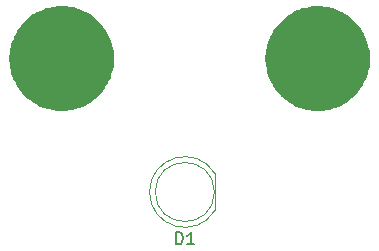
<source format=gbr>
%TF.GenerationSoftware,KiCad,Pcbnew,9.0.1*%
%TF.CreationDate,2025-05-08T10:03:42+02:00*%
%TF.ProjectId,smiley_example_pcb,736d696c-6579-45f6-9578-616d706c655f,rev?*%
%TF.SameCoordinates,Original*%
%TF.FileFunction,Legend,Top*%
%TF.FilePolarity,Positive*%
%FSLAX46Y46*%
G04 Gerber Fmt 4.6, Leading zero omitted, Abs format (unit mm)*
G04 Created by KiCad (PCBNEW 9.0.1) date 2025-05-08 10:03:42*
%MOMM*%
%LPD*%
G01*
G04 APERTURE LIST*
%ADD10C,0.150000*%
%ADD11C,0.120000*%
%ADD12C,0.000000*%
G04 APERTURE END LIST*
D10*
X46251905Y-55214819D02*
X46251905Y-54214819D01*
X46251905Y-54214819D02*
X46490000Y-54214819D01*
X46490000Y-54214819D02*
X46632857Y-54262438D01*
X46632857Y-54262438D02*
X46728095Y-54357676D01*
X46728095Y-54357676D02*
X46775714Y-54452914D01*
X46775714Y-54452914D02*
X46823333Y-54643390D01*
X46823333Y-54643390D02*
X46823333Y-54786247D01*
X46823333Y-54786247D02*
X46775714Y-54976723D01*
X46775714Y-54976723D02*
X46728095Y-55071961D01*
X46728095Y-55071961D02*
X46632857Y-55167200D01*
X46632857Y-55167200D02*
X46490000Y-55214819D01*
X46490000Y-55214819D02*
X46251905Y-55214819D01*
X47775714Y-55214819D02*
X47204286Y-55214819D01*
X47490000Y-55214819D02*
X47490000Y-54214819D01*
X47490000Y-54214819D02*
X47394762Y-54357676D01*
X47394762Y-54357676D02*
X47299524Y-54452914D01*
X47299524Y-54452914D02*
X47204286Y-54500533D01*
D11*
%TO.C,D1*%
X49550000Y-52345000D02*
X49550000Y-49255000D01*
X49550000Y-52344830D02*
G75*
G02*
X44000000Y-50800048I-2560000J1544830D01*
G01*
X44000000Y-50799952D02*
G75*
G02*
X49550000Y-49255170I2990000J-48D01*
G01*
X49490000Y-50800000D02*
G75*
G02*
X44490000Y-50800000I-2500000J0D01*
G01*
X44490000Y-50800000D02*
G75*
G02*
X49490000Y-50800000I2500000J0D01*
G01*
D12*
%TO.C,*%
G36*
X36833000Y-35082000D02*
G01*
X36890000Y-35088000D01*
X37298000Y-35134000D01*
X37586000Y-35177000D01*
X37794000Y-35224000D01*
X37961000Y-35283000D01*
X38019000Y-35309000D01*
X38239000Y-35400000D01*
X38382000Y-35449000D01*
X38613000Y-35553000D01*
X38632000Y-35567000D01*
X38790000Y-35673000D01*
X38950000Y-35729000D01*
X39036000Y-35761000D01*
X39123000Y-35823000D01*
X39260000Y-35953000D01*
X39320000Y-36012000D01*
X39516000Y-36207000D01*
X39692000Y-36382000D01*
X39726000Y-36415000D01*
X39869000Y-36570000D01*
X39949000Y-36672000D01*
X40046000Y-36791000D01*
X40075000Y-36816000D01*
X40161000Y-36918000D01*
X40196000Y-36975000D01*
X40289000Y-37128000D01*
X40321000Y-37171000D01*
X40418000Y-37319000D01*
X40481000Y-37488000D01*
X40556000Y-37655000D01*
X40587000Y-37702000D01*
X40684000Y-37854000D01*
X40737000Y-38028000D01*
X40749000Y-38086000D01*
X40809000Y-38309000D01*
X40851000Y-38420000D01*
X40906000Y-38557000D01*
X40940000Y-38694000D01*
X40962000Y-38883000D01*
X40981000Y-39178000D01*
X40982000Y-39190000D01*
X40995000Y-39484000D01*
X40992000Y-39714000D01*
X40974000Y-39971000D01*
X40953000Y-40201000D01*
X40929000Y-40340000D01*
X40890000Y-40456000D01*
X40862000Y-40522000D01*
X40750000Y-40909000D01*
X40705000Y-41113000D01*
X40631000Y-41257000D01*
X40589000Y-41315000D01*
X40505000Y-41465000D01*
X40479000Y-41530000D01*
X40392000Y-41702000D01*
X40354000Y-41754000D01*
X40244000Y-41916000D01*
X40220000Y-41960000D01*
X40136000Y-42090000D01*
X40109000Y-42120000D01*
X40025000Y-42221000D01*
X39950000Y-42330000D01*
X39846000Y-42475000D01*
X39791000Y-42540000D01*
X39705000Y-42649000D01*
X39679000Y-42692000D01*
X39612000Y-42784000D01*
X39502000Y-42850000D01*
X39415000Y-42887000D01*
X39293000Y-42965000D01*
X39245000Y-43006000D01*
X39107000Y-43113000D01*
X39063000Y-43139000D01*
X38923000Y-43237000D01*
X38905000Y-43254000D01*
X38773000Y-43347000D01*
X38705000Y-43382000D01*
X38535000Y-43479000D01*
X38480000Y-43520000D01*
X38374000Y-43597000D01*
X38253000Y-43640000D01*
X38116000Y-43668000D01*
X37912000Y-43719000D01*
X37715000Y-43779000D01*
X37563000Y-43827000D01*
X37409000Y-43862000D01*
X37204000Y-43892000D01*
X36895000Y-43926000D01*
X36860000Y-43930000D01*
X36646000Y-43951000D01*
X36541000Y-43957000D01*
X36493000Y-43951000D01*
X36490000Y-43950000D01*
X36405000Y-43939000D01*
X36223000Y-43924000D01*
X36187000Y-43921000D01*
X35790000Y-43878000D01*
X35489000Y-43811000D01*
X35370000Y-43771000D01*
X35137000Y-43700000D01*
X35001000Y-43670000D01*
X34809000Y-43627000D01*
X34695000Y-43563000D01*
X34641000Y-43512000D01*
X34473000Y-43403000D01*
X34440000Y-43390000D01*
X34254000Y-43289000D01*
X34203000Y-43251000D01*
X34059000Y-43146000D01*
X34010000Y-43118000D01*
X33870000Y-43017000D01*
X33849000Y-42996000D01*
X33715000Y-42891000D01*
X33664000Y-42861000D01*
X33410000Y-42648000D01*
X33312000Y-42505000D01*
X33231000Y-42386000D01*
X33202000Y-42355000D01*
X33131000Y-42275000D01*
X33090000Y-42220000D01*
X32970000Y-42071000D01*
X32930000Y-42028000D01*
X32803000Y-41825000D01*
X32715000Y-41653000D01*
X32670000Y-41589000D01*
X32574000Y-41433000D01*
X32549000Y-41373000D01*
X32482000Y-41212000D01*
X32448000Y-41144000D01*
X32367000Y-40969000D01*
X32308000Y-40764000D01*
X32254000Y-40467000D01*
X32251000Y-40450000D01*
X32206000Y-40180000D01*
X32163000Y-39941000D01*
X32155000Y-39900000D01*
X32120000Y-39701000D01*
X32105000Y-39583000D01*
X32114000Y-39402000D01*
X32158000Y-39086000D01*
X32220000Y-38730000D01*
X32265000Y-38488000D01*
X32292000Y-38340000D01*
X32361000Y-38096000D01*
X32423000Y-37961000D01*
X32495000Y-37812000D01*
X32520000Y-37746000D01*
X32554000Y-37620000D01*
X32627000Y-37467000D01*
X32660000Y-37417000D01*
X32742000Y-37285000D01*
X32787000Y-37195000D01*
X32888000Y-37018000D01*
X32942000Y-36947000D01*
X33072000Y-36791000D01*
X33120000Y-36731000D01*
X33298000Y-36509000D01*
X33410000Y-36377000D01*
X33489000Y-36299000D01*
X33530000Y-36265000D01*
X33652000Y-36159000D01*
X33817000Y-35999000D01*
X33840000Y-35977000D01*
X33985000Y-35834000D01*
X34078000Y-35765000D01*
X34175000Y-35726000D01*
X34191000Y-35721000D01*
X34335000Y-35669000D01*
X34465000Y-35586000D01*
X34517000Y-35547000D01*
X34706000Y-35457000D01*
X34765000Y-35440000D01*
X34974000Y-35365000D01*
X35070000Y-35320000D01*
X35244000Y-35246000D01*
X35476000Y-35187000D01*
X35802000Y-35136000D01*
X36230000Y-35088000D01*
X36463000Y-35068000D01*
X36632000Y-35066000D01*
X36833000Y-35082000D01*
G37*
G36*
X58502000Y-35079000D02*
G01*
X58577000Y-35087000D01*
X58881000Y-35124000D01*
X59192000Y-35167000D01*
X59209000Y-35170000D01*
X59434000Y-35208000D01*
X59578000Y-35249000D01*
X59699000Y-35301000D01*
X59921000Y-35397000D01*
X60049000Y-35443000D01*
X60273000Y-35546000D01*
X60302000Y-35570000D01*
X60446000Y-35671000D01*
X60591000Y-35728000D01*
X60781000Y-35851000D01*
X60912000Y-35964000D01*
X60952000Y-35990000D01*
X61075000Y-36094000D01*
X61087000Y-36108000D01*
X61202000Y-36221000D01*
X61226000Y-36239000D01*
X61337000Y-36339000D01*
X61470000Y-36480000D01*
X61627000Y-36657000D01*
X61743000Y-36786000D01*
X61868000Y-36949000D01*
X61916000Y-37030000D01*
X62013000Y-37193000D01*
X62048000Y-37240000D01*
X62147000Y-37422000D01*
X62161000Y-37464000D01*
X62239000Y-37646000D01*
X62273000Y-37704000D01*
X62370000Y-37873000D01*
X62422000Y-38063000D01*
X62432000Y-38118000D01*
X62487000Y-38333000D01*
X62539000Y-38480000D01*
X62620000Y-38732000D01*
X62639000Y-38830000D01*
X62667000Y-39154000D01*
X62676000Y-39545000D01*
X62664000Y-39913000D01*
X62661000Y-39949000D01*
X62633000Y-40209000D01*
X62594000Y-40388000D01*
X62531000Y-40556000D01*
X62471000Y-40737000D01*
X62457000Y-40796000D01*
X62409000Y-41032000D01*
X62363000Y-41170000D01*
X62300000Y-41271000D01*
X62200000Y-41443000D01*
X62177000Y-41502000D01*
X62089000Y-41683000D01*
X62050000Y-41740000D01*
X61949000Y-41889000D01*
X61920000Y-41940000D01*
X61827000Y-42077000D01*
X61780000Y-42131000D01*
X61671000Y-42268000D01*
X61641000Y-42317000D01*
X61558000Y-42436000D01*
X61449000Y-42563000D01*
X61340000Y-42687000D01*
X61300000Y-42741000D01*
X61242000Y-42790000D01*
X61175000Y-42833000D01*
X61015000Y-42945000D01*
X60960000Y-42991000D01*
X60810000Y-43105000D01*
X60770000Y-43129000D01*
X60619000Y-43235000D01*
X60590000Y-43261000D01*
X60446000Y-43358000D01*
X60381000Y-43389000D01*
X60210000Y-43481000D01*
X60158000Y-43520000D01*
X60054000Y-43597000D01*
X59937000Y-43639000D01*
X59792000Y-43669000D01*
X59572000Y-43724000D01*
X59423000Y-43772000D01*
X59237000Y-43833000D01*
X59065000Y-43871000D01*
X58832000Y-43900000D01*
X58730000Y-43910000D01*
X58499000Y-43932000D01*
X58326000Y-43950000D01*
X58310000Y-43951000D01*
X58197000Y-43957000D01*
X58180000Y-43954000D01*
X58102000Y-43942000D01*
X57922000Y-43925000D01*
X57862000Y-43921000D01*
X57505000Y-43884000D01*
X57231000Y-43828000D01*
X57056000Y-43772000D01*
X56821000Y-43702000D01*
X56680000Y-43671000D01*
X56490000Y-43627000D01*
X56377000Y-43565000D01*
X56321000Y-43512000D01*
X56145000Y-43400000D01*
X56114000Y-43388000D01*
X55900000Y-43266000D01*
X55877000Y-43247000D01*
X55730000Y-43139000D01*
X55683000Y-43111000D01*
X55555000Y-43017000D01*
X55534000Y-42994000D01*
X55420000Y-42893000D01*
X55376000Y-42865000D01*
X55235000Y-42757000D01*
X55150000Y-42674000D01*
X54924000Y-42422000D01*
X54797000Y-42270000D01*
X54769000Y-42230000D01*
X54687000Y-42124000D01*
X54631000Y-42059000D01*
X54510000Y-41883000D01*
X54493000Y-41844000D01*
X54412000Y-41689000D01*
X54369000Y-41627000D01*
X54274000Y-41478000D01*
X54248000Y-41422000D01*
X54189000Y-41281000D01*
X54128000Y-41150000D01*
X54065000Y-41008000D01*
X54018000Y-40858000D01*
X53970000Y-40642000D01*
X53931000Y-40440000D01*
X53854000Y-39991000D01*
X53810000Y-39654000D01*
X53800000Y-39494000D01*
X53810000Y-39349000D01*
X53836000Y-39124000D01*
X53868000Y-38884000D01*
X53897000Y-38697000D01*
X53910000Y-38640000D01*
X53929000Y-38549000D01*
X53964000Y-38367000D01*
X53968000Y-38345000D01*
X54010000Y-38145000D01*
X54055000Y-38024000D01*
X54096000Y-37955000D01*
X54186000Y-37772000D01*
X54227000Y-37660000D01*
X54341000Y-37413000D01*
X54352000Y-37400000D01*
X54449000Y-37248000D01*
X54483000Y-37180000D01*
X54577000Y-37021000D01*
X54618000Y-36970000D01*
X54734000Y-36828000D01*
X54761000Y-36790000D01*
X54938000Y-36565000D01*
X55184000Y-36304000D01*
X55441000Y-36065000D01*
X55550000Y-35977000D01*
X55658000Y-35887000D01*
X55714000Y-35838000D01*
X55942000Y-35703000D01*
X56104000Y-35624000D01*
X56147000Y-35594000D01*
X56316000Y-35484000D01*
X56480000Y-35430000D01*
X56661000Y-35363000D01*
X56749000Y-35321000D01*
X56912000Y-35246000D01*
X56981000Y-35223000D01*
X57207000Y-35181000D01*
X57528000Y-35134000D01*
X57881000Y-35092000D01*
X57917000Y-35089000D01*
X58150000Y-35068000D01*
X58315000Y-35065000D01*
X58502000Y-35079000D01*
G37*
%TD*%
M02*

</source>
